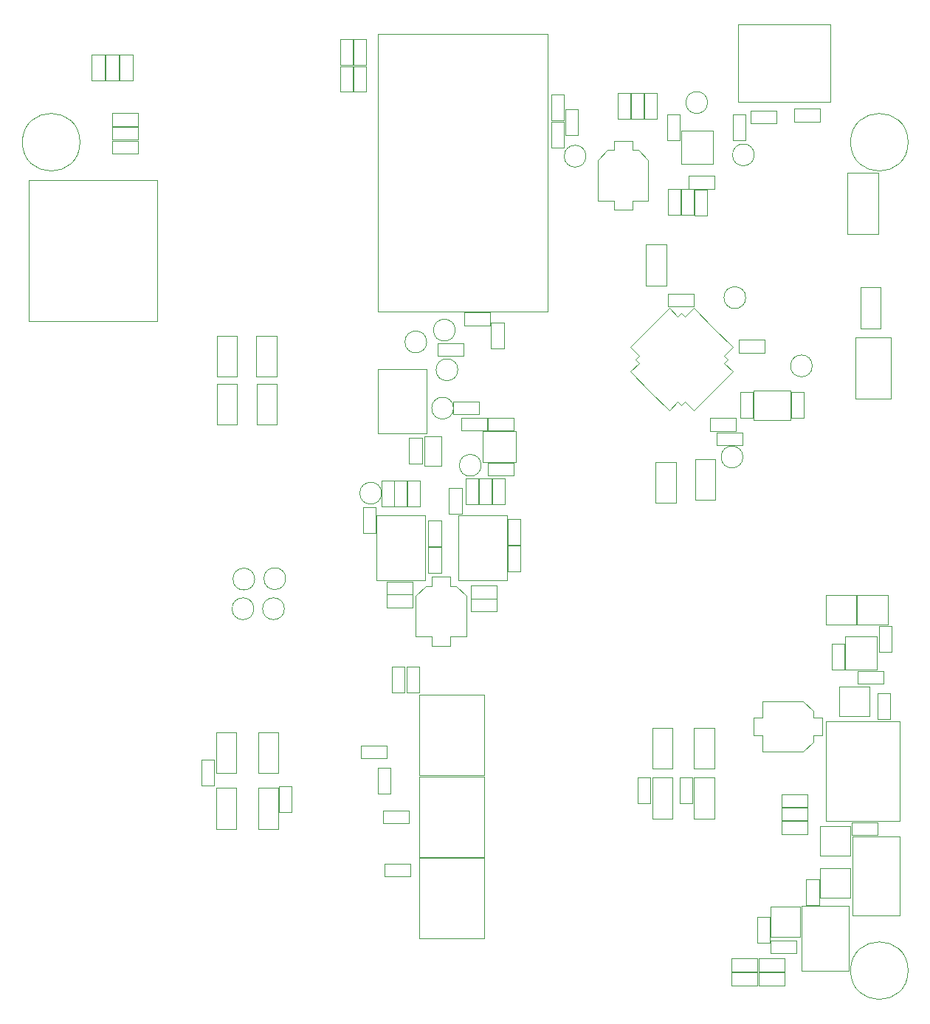
<source format=gbr>
G04 #@! TF.GenerationSoftware,KiCad,Pcbnew,(5.1.5)-3*
G04 #@! TF.CreationDate,2020-05-31T21:02:16+02:00*
G04 #@! TF.ProjectId,cz-badge-hardware,637a2d62-6164-4676-952d-686172647761,rev?*
G04 #@! TF.SameCoordinates,PX17d7840PY7735940*
G04 #@! TF.FileFunction,Other,User*
%FSLAX46Y46*%
G04 Gerber Fmt 4.6, Leading zero omitted, Abs format (unit mm)*
G04 Created by KiCad (PCBNEW (5.1.5)-3) date 2020-05-31 21:02:16*
%MOMM*%
%LPD*%
G04 APERTURE LIST*
%ADD10C,0.050000*%
%ADD11C,0.120000*%
G04 APERTURE END LIST*
D10*
X100800000Y2500000D02*
G75*
G03X100800000Y2500000I-3300000J0D01*
G01*
X100800000Y97500000D02*
G75*
G03X100800000Y97500000I-3300000J0D01*
G01*
X5803407Y97500000D02*
G75*
G03X5803407Y97500000I-3303407J0D01*
G01*
X82170000Y79680000D02*
G75*
G03X82170000Y79680000I-1250000J0D01*
G01*
X89810000Y71850000D02*
G75*
G03X89810000Y71850000I-1250000J0D01*
G01*
X83150000Y96050000D02*
G75*
G03X83150000Y96050000I-1250000J0D01*
G01*
X77800000Y102050000D02*
G75*
G03X77800000Y102050000I-1250000J0D01*
G01*
X63850000Y95900000D02*
G75*
G03X63850000Y95900000I-1250000J0D01*
G01*
X94800000Y75100000D02*
X94800000Y68100000D01*
X94800000Y68100000D02*
X98800000Y68100000D01*
X98800000Y68100000D02*
X98800000Y75100000D01*
X98800000Y75100000D02*
X94800000Y75100000D01*
X29400000Y47450000D02*
G75*
G03X29400000Y47450000I-1250000J0D01*
G01*
X25850000Y47400000D02*
G75*
G03X25850000Y47400000I-1250000J0D01*
G01*
X25750000Y44000000D02*
G75*
G03X25750000Y44000000I-1250000J0D01*
G01*
X29250000Y44000000D02*
G75*
G03X29250000Y44000000I-1250000J0D01*
G01*
X38020000Y26870000D02*
X40980000Y26870000D01*
X38020000Y28330000D02*
X38020000Y26870000D01*
X40980000Y28330000D02*
X38020000Y28330000D01*
X40980000Y26870000D02*
X40980000Y28330000D01*
X40720000Y13270000D02*
X43680000Y13270000D01*
X40720000Y14730000D02*
X40720000Y13270000D01*
X43680000Y14730000D02*
X40720000Y14730000D01*
X43680000Y13270000D02*
X43680000Y14730000D01*
X43270000Y37380000D02*
X43270000Y34420000D01*
X44730000Y37380000D02*
X43270000Y37380000D01*
X44730000Y34420000D02*
X44730000Y37380000D01*
X43270000Y34420000D02*
X44730000Y34420000D01*
X55780000Y60780000D02*
X55780000Y64380000D01*
X51980000Y60780000D02*
X55780000Y60780000D01*
X51980000Y64380000D02*
X51980000Y60780000D01*
X55780000Y64380000D02*
X51980000Y64380000D01*
X49520000Y64470000D02*
X52480000Y64470000D01*
X49520000Y65930000D02*
X49520000Y64470000D01*
X52480000Y65930000D02*
X49520000Y65930000D01*
X52480000Y64470000D02*
X52480000Y65930000D01*
X55580000Y65930000D02*
X52620000Y65930000D01*
X55580000Y64470000D02*
X55580000Y65930000D01*
X52620000Y64470000D02*
X55580000Y64470000D01*
X52620000Y65930000D02*
X52620000Y64470000D01*
X55592500Y60730000D02*
X52632500Y60730000D01*
X55592500Y59270000D02*
X55592500Y60730000D01*
X52632500Y59270000D02*
X55592500Y59270000D01*
X52632500Y60730000D02*
X52632500Y59270000D01*
X48620000Y66270000D02*
X51580000Y66270000D01*
X48620000Y67730000D02*
X48620000Y66270000D01*
X51580000Y67730000D02*
X48620000Y67730000D01*
X51580000Y66270000D02*
X51580000Y67730000D01*
X52160000Y24900000D02*
X44750000Y24900000D01*
X52160000Y34100000D02*
X44750000Y34100000D01*
X44750000Y34100000D02*
X44750000Y24900000D01*
X52160000Y34100000D02*
X52160000Y24900000D01*
X52160000Y15550000D02*
X44750000Y15550000D01*
X52160000Y24750000D02*
X44750000Y24750000D01*
X44750000Y24750000D02*
X44750000Y15550000D01*
X52160000Y24750000D02*
X52160000Y15550000D01*
X52160000Y6200000D02*
X44750000Y6200000D01*
X52160000Y15400000D02*
X44750000Y15400000D01*
X44750000Y15400000D02*
X44750000Y6200000D01*
X52160000Y15400000D02*
X52160000Y6200000D01*
X41580000Y37326000D02*
X41580000Y34366000D01*
X43040000Y37326000D02*
X41580000Y37326000D01*
X43040000Y34366000D02*
X43040000Y37326000D01*
X41580000Y34366000D02*
X43040000Y34366000D01*
X39970000Y25780000D02*
X39970000Y22820000D01*
X41430000Y25780000D02*
X39970000Y25780000D01*
X41430000Y22820000D02*
X41430000Y25780000D01*
X39970000Y22820000D02*
X41430000Y22820000D01*
X40576000Y19368000D02*
X43536000Y19368000D01*
X40576000Y20828000D02*
X40576000Y19368000D01*
X43536000Y20828000D02*
X40576000Y20828000D01*
X43536000Y19368000D02*
X43536000Y20828000D01*
X69012000Y103112000D02*
X69012000Y100152000D01*
X70472000Y103112000D02*
X69012000Y103112000D01*
X70472000Y100152000D02*
X70472000Y103112000D01*
X69012000Y100152000D02*
X70472000Y100152000D01*
X71996000Y100152000D02*
X71996000Y103112000D01*
X70536000Y100152000D02*
X71996000Y100152000D01*
X70536000Y103112000D02*
X70536000Y100152000D01*
X71996000Y103112000D02*
X70536000Y103112000D01*
X68948000Y100152000D02*
X68948000Y103112000D01*
X67488000Y100152000D02*
X68948000Y100152000D01*
X67488000Y103112000D02*
X67488000Y100152000D01*
X68948000Y103112000D02*
X67488000Y103112000D01*
X49148000Y71406000D02*
G75*
G03X49148000Y71406000I-1250000J0D01*
G01*
D11*
X99850000Y8850000D02*
X98850000Y8850000D01*
X99850000Y17850000D02*
X99850000Y8850000D01*
X94450000Y17850000D02*
X99850000Y17850000D01*
X94450000Y8850000D02*
X94450000Y17850000D01*
X98850000Y8850000D02*
X94450000Y8850000D01*
D10*
X99850000Y31100000D02*
X99850000Y19700000D01*
X91350000Y31100000D02*
X99850000Y31100000D01*
X91350000Y19700000D02*
X91350000Y31100000D01*
X99850000Y19700000D02*
X91350000Y19700000D01*
X59450000Y109950000D02*
X39950000Y109950000D01*
X39950000Y78050000D02*
X39950000Y109950000D01*
X59450000Y78050000D02*
X39950000Y78050000D01*
X59450000Y109950000D02*
X59450000Y78050000D01*
X48250000Y47650000D02*
X48250000Y46600000D01*
X46150000Y47650000D02*
X48250000Y47650000D01*
X46150000Y46600000D02*
X46150000Y47650000D01*
X48250000Y46600000D02*
X48950000Y46600000D01*
X45450000Y46600000D02*
X46150000Y46600000D01*
X45450000Y46600000D02*
X44300000Y45450000D01*
X48950000Y46600000D02*
X50100000Y45450000D01*
X44300000Y45450000D02*
X44300000Y40800000D01*
X50100000Y45450000D02*
X50100000Y40800000D01*
X48250000Y40800000D02*
X50100000Y40800000D01*
X48250000Y39750000D02*
X48250000Y40800000D01*
X46150000Y39750000D02*
X48250000Y39750000D01*
X46150000Y40800000D02*
X46150000Y39750000D01*
X44300000Y40800000D02*
X46150000Y40800000D01*
X45575000Y74600000D02*
G75*
G03X45575000Y74600000I-1250000J0D01*
G01*
X48850000Y75950000D02*
G75*
G03X48850000Y75950000I-1250000J0D01*
G01*
X51820000Y60450000D02*
G75*
G03X51820000Y60450000I-1250000J0D01*
G01*
X40400000Y57250000D02*
G75*
G03X40400000Y57250000I-1250000J0D01*
G01*
X81850000Y61400000D02*
G75*
G03X81850000Y61400000I-1250000J0D01*
G01*
X48650000Y67000000D02*
G75*
G03X48650000Y67000000I-1250000J0D01*
G01*
X86332500Y21270000D02*
X89292500Y21270000D01*
X86332500Y22730000D02*
X86332500Y21270000D01*
X89292500Y22730000D02*
X86332500Y22730000D01*
X89292500Y21270000D02*
X89292500Y22730000D01*
X86320000Y18170000D02*
X89280000Y18170000D01*
X86320000Y19630000D02*
X86320000Y18170000D01*
X89280000Y19630000D02*
X86320000Y19630000D01*
X89280000Y18170000D02*
X89280000Y19630000D01*
X89280000Y21180000D02*
X86320000Y21180000D01*
X89280000Y19720000D02*
X89280000Y21180000D01*
X86320000Y19720000D02*
X89280000Y19720000D01*
X86320000Y21180000D02*
X86320000Y19720000D01*
X69150000Y97650000D02*
X69150000Y96600000D01*
X67050000Y97650000D02*
X69150000Y97650000D01*
X67050000Y96600000D02*
X67050000Y97650000D01*
X69150000Y96600000D02*
X69850000Y96600000D01*
X66350000Y96600000D02*
X67050000Y96600000D01*
X66350000Y96600000D02*
X65200000Y95450000D01*
X69850000Y96600000D02*
X71000000Y95450000D01*
X65200000Y95450000D02*
X65200000Y90800000D01*
X71000000Y95450000D02*
X71000000Y90800000D01*
X69150000Y90800000D02*
X71000000Y90800000D01*
X69150000Y89750000D02*
X69150000Y90800000D01*
X67050000Y89750000D02*
X69150000Y89750000D01*
X67050000Y90800000D02*
X67050000Y89750000D01*
X65200000Y90800000D02*
X67050000Y90800000D01*
X90950000Y29450000D02*
X89900000Y29450000D01*
X90950000Y31550000D02*
X90950000Y29450000D01*
X89900000Y31550000D02*
X90950000Y31550000D01*
X89900000Y29450000D02*
X89900000Y28750000D01*
X89900000Y32250000D02*
X89900000Y31550000D01*
X89900000Y32250000D02*
X88750000Y33400000D01*
X89900000Y28750000D02*
X88750000Y27600000D01*
X88750000Y33400000D02*
X84100000Y33400000D01*
X88750000Y27600000D02*
X84100000Y27600000D01*
X84100000Y29450000D02*
X84100000Y27600000D01*
X83050000Y29450000D02*
X84100000Y29450000D01*
X83050000Y31550000D02*
X83050000Y29450000D01*
X84100000Y31550000D02*
X83050000Y31550000D01*
X84100000Y33400000D02*
X84100000Y31550000D01*
X74800000Y95000000D02*
X78400000Y95000000D01*
X74800000Y98800000D02*
X74800000Y95000000D01*
X78400000Y98800000D02*
X74800000Y98800000D01*
X78400000Y95000000D02*
X78400000Y98800000D01*
X93600000Y40800000D02*
X97200000Y40800000D01*
X97200000Y40800000D02*
X97200000Y37000000D01*
X97200000Y37000000D02*
X93600000Y37000000D01*
X93600000Y37000000D02*
X93600000Y40800000D01*
X88600000Y2500000D02*
X88600000Y9900000D01*
X94000000Y2500000D02*
X88600000Y2500000D01*
X94000000Y9900000D02*
X94000000Y2500000D01*
X88600000Y9900000D02*
X94000000Y9900000D01*
X98930000Y39020000D02*
X98930000Y41980000D01*
X97470000Y39020000D02*
X98930000Y39020000D01*
X97470000Y41980000D02*
X97470000Y39020000D01*
X98930000Y41980000D02*
X97470000Y41980000D01*
X97980000Y36830000D02*
X95020000Y36830000D01*
X97980000Y35370000D02*
X97980000Y36830000D01*
X95020000Y35370000D02*
X97980000Y35370000D01*
X95020000Y36830000D02*
X95020000Y35370000D01*
X97270000Y34280000D02*
X97270000Y31320000D01*
X98730000Y34280000D02*
X97270000Y34280000D01*
X98730000Y31320000D02*
X98730000Y34280000D01*
X97270000Y31320000D02*
X98730000Y31320000D01*
X97330000Y19530000D02*
X94370000Y19530000D01*
X97330000Y18070000D02*
X97330000Y19530000D01*
X94370000Y18070000D02*
X97330000Y18070000D01*
X94370000Y19530000D02*
X94370000Y18070000D01*
X89120000Y12980000D02*
X89120000Y10020000D01*
X90580000Y12980000D02*
X89120000Y12980000D01*
X90580000Y10020000D02*
X90580000Y12980000D01*
X89120000Y10020000D02*
X90580000Y10020000D01*
X83670000Y2420000D02*
X86630000Y2420000D01*
X83670000Y3880000D02*
X83670000Y2420000D01*
X86630000Y3880000D02*
X83670000Y3880000D01*
X86630000Y2420000D02*
X86630000Y3880000D01*
X83670000Y820000D02*
X86630000Y820000D01*
X83670000Y2280000D02*
X83670000Y820000D01*
X86630000Y2280000D02*
X83670000Y2280000D01*
X86630000Y820000D02*
X86630000Y2280000D01*
X87980000Y5930000D02*
X85020000Y5930000D01*
X87980000Y4470000D02*
X87980000Y5930000D01*
X85020000Y4470000D02*
X87980000Y4470000D01*
X85020000Y5930000D02*
X85020000Y4470000D01*
X84930000Y5720000D02*
X84930000Y8680000D01*
X83470000Y5720000D02*
X84930000Y5720000D01*
X83470000Y8680000D02*
X83470000Y5720000D01*
X84930000Y8680000D02*
X83470000Y8680000D01*
X94950000Y42200000D02*
X98450000Y42200000D01*
X94950000Y45600000D02*
X94950000Y42200000D01*
X98450000Y45600000D02*
X94950000Y45600000D01*
X98450000Y42200000D02*
X98450000Y45600000D01*
X91350000Y42200000D02*
X94850000Y42200000D01*
X91350000Y45600000D02*
X91350000Y42200000D01*
X94850000Y45600000D02*
X91350000Y45600000D01*
X94850000Y42200000D02*
X94850000Y45600000D01*
X90700000Y10850000D02*
X94200000Y10850000D01*
X90700000Y14250000D02*
X90700000Y10850000D01*
X94200000Y14250000D02*
X90700000Y14250000D01*
X94200000Y10850000D02*
X94200000Y14250000D01*
X92900000Y31700000D02*
X96400000Y31700000D01*
X92900000Y35100000D02*
X92900000Y31700000D01*
X96400000Y35100000D02*
X92900000Y35100000D01*
X96400000Y31700000D02*
X96400000Y35100000D01*
X90700000Y15700000D02*
X94200000Y15700000D01*
X90700000Y19100000D02*
X90700000Y15700000D01*
X94200000Y19100000D02*
X90700000Y19100000D01*
X94200000Y15700000D02*
X94200000Y19100000D01*
X85000000Y9850000D02*
X85000000Y6350000D01*
X88400000Y9850000D02*
X85000000Y9850000D01*
X88400000Y6350000D02*
X88400000Y9850000D01*
X85000000Y6350000D02*
X88400000Y6350000D01*
X93850000Y87000000D02*
X97350000Y87000000D01*
X93850000Y94000000D02*
X93850000Y87000000D01*
X97350000Y94000000D02*
X93850000Y94000000D01*
X97350000Y87000000D02*
X97350000Y94000000D01*
X80570000Y2420000D02*
X83530000Y2420000D01*
X80570000Y3880000D02*
X80570000Y2420000D01*
X83530000Y3880000D02*
X80570000Y3880000D01*
X83530000Y2420000D02*
X83530000Y3880000D01*
X80570000Y820000D02*
X83530000Y820000D01*
X80570000Y2280000D02*
X80570000Y820000D01*
X83530000Y2280000D02*
X80570000Y2280000D01*
X83530000Y820000D02*
X83530000Y2280000D01*
X74630000Y97720000D02*
X74630000Y100680000D01*
X73170000Y97720000D02*
X74630000Y97720000D01*
X73170000Y100680000D02*
X73170000Y97720000D01*
X74630000Y100680000D02*
X73170000Y100680000D01*
X78580000Y93630000D02*
X75620000Y93630000D01*
X78580000Y92170000D02*
X78580000Y93630000D01*
X75620000Y92170000D02*
X78580000Y92170000D01*
X75620000Y93630000D02*
X75620000Y92170000D01*
X93530000Y37020000D02*
X93530000Y39980000D01*
X92070000Y37020000D02*
X93530000Y37020000D01*
X92070000Y39980000D02*
X92070000Y37020000D01*
X93530000Y39980000D02*
X92070000Y39980000D01*
X7170000Y107530000D02*
X7170000Y104570000D01*
X8630000Y107530000D02*
X7170000Y107530000D01*
X8630000Y104570000D02*
X8630000Y107530000D01*
X7170000Y104570000D02*
X8630000Y104570000D01*
X12430000Y97630000D02*
X9470000Y97630000D01*
X12430000Y96170000D02*
X12430000Y97630000D01*
X9470000Y96170000D02*
X12430000Y96170000D01*
X9470000Y97630000D02*
X9470000Y96170000D01*
X8770000Y107530000D02*
X8770000Y104570000D01*
X10230000Y107530000D02*
X8770000Y107530000D01*
X10230000Y104570000D02*
X10230000Y107530000D01*
X8770000Y104570000D02*
X10230000Y104570000D01*
X10370000Y107530000D02*
X10370000Y104570000D01*
X11830000Y107530000D02*
X10370000Y107530000D01*
X11830000Y104570000D02*
X11830000Y107530000D01*
X10370000Y104570000D02*
X11830000Y104570000D01*
X12430000Y100830000D02*
X9470000Y100830000D01*
X12430000Y99370000D02*
X12430000Y100830000D01*
X9470000Y99370000D02*
X12430000Y99370000D01*
X9470000Y100830000D02*
X9470000Y99370000D01*
X12430000Y99230000D02*
X9470000Y99230000D01*
X12430000Y97770000D02*
X12430000Y99230000D01*
X9470000Y97770000D02*
X12430000Y97770000D01*
X9470000Y99230000D02*
X9470000Y97770000D01*
X52880000Y77955000D02*
X49920000Y77955000D01*
X52880000Y76495000D02*
X52880000Y77955000D01*
X49920000Y76495000D02*
X52880000Y76495000D01*
X49920000Y77955000D02*
X49920000Y76495000D01*
X52970000Y76830000D02*
X52970000Y73870000D01*
X54430000Y76830000D02*
X52970000Y76830000D01*
X54430000Y73870000D02*
X54430000Y76830000D01*
X52970000Y73870000D02*
X54430000Y73870000D01*
X90680000Y101330000D02*
X87720000Y101330000D01*
X90680000Y99870000D02*
X90680000Y101330000D01*
X87720000Y99870000D02*
X90680000Y99870000D01*
X87720000Y101330000D02*
X87720000Y99870000D01*
X68931014Y74014214D02*
X71158400Y76241600D01*
X69920963Y73024264D02*
X68931014Y74014214D01*
X69496699Y72600000D02*
X69920963Y73024264D01*
X69920963Y72175736D02*
X69496699Y72600000D01*
X68931014Y71185786D02*
X69920963Y72175736D01*
X71158400Y68958400D02*
X68931014Y71185786D01*
X76214214Y66731014D02*
X78441600Y68958400D01*
X75224264Y67720963D02*
X76214214Y66731014D01*
X74800000Y67296699D02*
X75224264Y67720963D01*
X74375736Y67720963D02*
X74800000Y67296699D01*
X73385786Y66731014D02*
X74375736Y67720963D01*
X71158400Y68958400D02*
X73385786Y66731014D01*
X73385786Y78468986D02*
X71158400Y76241600D01*
X74375736Y77479037D02*
X73385786Y78468986D01*
X74800000Y77903301D02*
X74375736Y77479037D01*
X75224264Y77479037D02*
X74800000Y77903301D01*
X76214214Y78468986D02*
X75224264Y77479037D01*
X78441600Y76241600D02*
X76214214Y78468986D01*
X80668986Y71185786D02*
X78441600Y68958400D01*
X79679037Y72175736D02*
X80668986Y71185786D01*
X80103301Y72600000D02*
X79679037Y72175736D01*
X79679037Y73024264D02*
X80103301Y72600000D01*
X80668986Y74014214D02*
X79679037Y73024264D01*
X78441600Y76241600D02*
X80668986Y74014214D01*
X83100000Y69050000D02*
X87300000Y69050000D01*
X83100000Y65650000D02*
X83100000Y69050000D01*
X87300000Y65650000D02*
X83100000Y65650000D01*
X87300000Y69050000D02*
X87300000Y65650000D01*
X82130000Y97720000D02*
X82130000Y100680000D01*
X80670000Y97720000D02*
X82130000Y97720000D01*
X80670000Y100680000D02*
X80670000Y97720000D01*
X82130000Y100680000D02*
X80670000Y100680000D01*
X81780000Y64230000D02*
X78820000Y64230000D01*
X81780000Y62770000D02*
X81780000Y64230000D01*
X78820000Y62770000D02*
X81780000Y62770000D01*
X78820000Y64230000D02*
X78820000Y62770000D01*
X49805000Y74455000D02*
X46845000Y74455000D01*
X49805000Y72995000D02*
X49805000Y74455000D01*
X46845000Y72995000D02*
X49805000Y72995000D01*
X46845000Y74455000D02*
X46845000Y72995000D01*
X61470000Y101280000D02*
X61470000Y98320000D01*
X62930000Y101280000D02*
X61470000Y101280000D01*
X62930000Y98320000D02*
X62930000Y101280000D01*
X61470000Y98320000D02*
X62930000Y98320000D01*
X73270000Y78670000D02*
X76230000Y78670000D01*
X73270000Y80130000D02*
X73270000Y78670000D01*
X76230000Y80130000D02*
X73270000Y80130000D01*
X76230000Y78670000D02*
X76230000Y80130000D01*
X81030000Y65855000D02*
X78070000Y65855000D01*
X81030000Y64395000D02*
X81030000Y65855000D01*
X78070000Y64395000D02*
X81030000Y64395000D01*
X78070000Y65855000D02*
X78070000Y64395000D01*
X84380000Y74830000D02*
X81420000Y74830000D01*
X84380000Y73370000D02*
X84380000Y74830000D01*
X81420000Y73370000D02*
X84380000Y73370000D01*
X81420000Y74830000D02*
X81420000Y73370000D01*
X83030000Y65920000D02*
X83030000Y68880000D01*
X81570000Y65920000D02*
X83030000Y65920000D01*
X81570000Y68880000D02*
X81570000Y65920000D01*
X83030000Y68880000D02*
X81570000Y68880000D01*
X87370000Y68880000D02*
X87370000Y65920000D01*
X88830000Y68880000D02*
X87370000Y68880000D01*
X88830000Y65920000D02*
X88830000Y68880000D01*
X87370000Y65920000D02*
X88830000Y65920000D01*
X50670000Y43670000D02*
X53630000Y43670000D01*
X50670000Y45130000D02*
X50670000Y43670000D01*
X53630000Y45130000D02*
X50670000Y45130000D01*
X53630000Y43670000D02*
X53630000Y45130000D01*
X40970000Y44170000D02*
X43930000Y44170000D01*
X40970000Y45630000D02*
X40970000Y44170000D01*
X43930000Y45630000D02*
X40970000Y45630000D01*
X43930000Y44170000D02*
X43930000Y45630000D01*
X85680000Y101130000D02*
X82720000Y101130000D01*
X85680000Y99670000D02*
X85680000Y101130000D01*
X82720000Y99670000D02*
X85680000Y99670000D01*
X82720000Y101130000D02*
X82720000Y99670000D01*
X-50000Y93180000D02*
X14650000Y93180000D01*
X14650000Y77020000D02*
X14650000Y93180000D01*
X-50000Y77020000D02*
X-50000Y93180000D01*
X-50000Y77020000D02*
X14650000Y77020000D01*
X49220000Y47300000D02*
X49220000Y54700000D01*
X54780000Y47300000D02*
X49220000Y47300000D01*
X54780000Y54700000D02*
X54780000Y47300000D01*
X49220000Y54700000D02*
X54780000Y54700000D01*
X40020000Y64100000D02*
X40020000Y71500000D01*
X45580000Y64100000D02*
X40020000Y64100000D01*
X45580000Y71500000D02*
X45580000Y64100000D01*
X40020000Y71500000D02*
X45580000Y71500000D01*
X39820000Y47300000D02*
X39820000Y54700000D01*
X45380000Y47300000D02*
X39820000Y47300000D01*
X45380000Y54700000D02*
X45380000Y47300000D01*
X39820000Y54700000D02*
X45380000Y54700000D01*
X54870000Y51280000D02*
X54870000Y48320000D01*
X56330000Y51280000D02*
X54870000Y51280000D01*
X56330000Y48320000D02*
X56330000Y51280000D01*
X54870000Y48320000D02*
X56330000Y48320000D01*
X54870000Y54280000D02*
X54870000Y51320000D01*
X56330000Y54280000D02*
X54870000Y54280000D01*
X56330000Y51320000D02*
X56330000Y54280000D01*
X54870000Y51320000D02*
X56330000Y51320000D01*
X53070000Y58930000D02*
X53070000Y55970000D01*
X54530000Y58930000D02*
X53070000Y58930000D01*
X54530000Y55970000D02*
X54530000Y58930000D01*
X53070000Y55970000D02*
X54530000Y55970000D01*
X53030000Y55970000D02*
X53030000Y58930000D01*
X51570000Y55970000D02*
X53030000Y55970000D01*
X51570000Y58930000D02*
X51570000Y55970000D01*
X53030000Y58930000D02*
X51570000Y58930000D01*
X45770000Y51080000D02*
X45770000Y48120000D01*
X47230000Y51080000D02*
X45770000Y51080000D01*
X47230000Y48120000D02*
X47230000Y51080000D01*
X45770000Y48120000D02*
X47230000Y48120000D01*
X45770000Y54080000D02*
X45770000Y51120000D01*
X47230000Y54080000D02*
X45770000Y54080000D01*
X47230000Y51120000D02*
X47230000Y54080000D01*
X45770000Y51120000D02*
X47230000Y51120000D01*
X43370000Y58680000D02*
X43370000Y55720000D01*
X44830000Y58680000D02*
X43370000Y58680000D01*
X44830000Y55720000D02*
X44830000Y58680000D01*
X43370000Y55720000D02*
X44830000Y55720000D01*
X43310000Y55720000D02*
X43310000Y58680000D01*
X41850000Y55720000D02*
X43310000Y55720000D01*
X41850000Y58680000D02*
X41850000Y55720000D01*
X43310000Y58680000D02*
X41850000Y58680000D01*
X48145000Y57830000D02*
X48145000Y54870000D01*
X49605000Y57830000D02*
X48145000Y57830000D01*
X49605000Y54870000D02*
X49605000Y57830000D01*
X48145000Y54870000D02*
X49605000Y54870000D01*
X50670000Y45170000D02*
X53630000Y45170000D01*
X50670000Y46630000D02*
X50670000Y45170000D01*
X53630000Y46630000D02*
X50670000Y46630000D01*
X53630000Y45170000D02*
X53630000Y46630000D01*
X45030000Y60620000D02*
X45030000Y63580000D01*
X43570000Y60620000D02*
X45030000Y60620000D01*
X43570000Y63580000D02*
X43570000Y60620000D01*
X45030000Y63580000D02*
X43570000Y63580000D01*
X47250000Y60420000D02*
X47250000Y63780000D01*
X45350000Y60420000D02*
X47250000Y60420000D01*
X45350000Y63780000D02*
X45350000Y60420000D01*
X47250000Y63780000D02*
X45350000Y63780000D01*
X50060000Y58930000D02*
X50060000Y55970000D01*
X51520000Y58930000D02*
X50060000Y58930000D01*
X51520000Y55970000D02*
X51520000Y58930000D01*
X50060000Y55970000D02*
X51520000Y55970000D01*
X40370000Y58680000D02*
X40370000Y55720000D01*
X41830000Y58680000D02*
X40370000Y58680000D01*
X41830000Y55720000D02*
X41830000Y58680000D01*
X40370000Y55720000D02*
X41830000Y55720000D01*
X40970000Y45670000D02*
X43930000Y45670000D01*
X40970000Y47130000D02*
X40970000Y45670000D01*
X43930000Y47130000D02*
X40970000Y47130000D01*
X43930000Y45670000D02*
X43930000Y47130000D01*
X38270000Y55680000D02*
X38270000Y52720000D01*
X39730000Y55680000D02*
X38270000Y55680000D01*
X39730000Y52720000D02*
X39730000Y55680000D01*
X38270000Y52720000D02*
X39730000Y52720000D01*
X76250000Y24650000D02*
X78550000Y24650000D01*
X78550000Y19950000D02*
X78550000Y24650000D01*
X76250000Y19950000D02*
X78550000Y19950000D01*
X76250000Y24650000D02*
X76250000Y19950000D01*
X71450000Y24650000D02*
X73750000Y24650000D01*
X73750000Y19950000D02*
X73750000Y24650000D01*
X71450000Y19950000D02*
X73750000Y19950000D01*
X71450000Y24650000D02*
X71450000Y19950000D01*
X26250000Y23450000D02*
X28550000Y23450000D01*
X28550000Y18750000D02*
X28550000Y23450000D01*
X26250000Y18750000D02*
X28550000Y18750000D01*
X26250000Y23450000D02*
X26250000Y18750000D01*
X21450000Y23450000D02*
X23750000Y23450000D01*
X23750000Y18750000D02*
X23750000Y23450000D01*
X21450000Y18750000D02*
X23750000Y18750000D01*
X21450000Y23450000D02*
X21450000Y18750000D01*
X78550000Y25650000D02*
X76250000Y25650000D01*
X76250000Y30350000D02*
X76250000Y25650000D01*
X78550000Y30350000D02*
X76250000Y30350000D01*
X78550000Y25650000D02*
X78550000Y30350000D01*
X73750000Y25650000D02*
X71450000Y25650000D01*
X71450000Y30350000D02*
X71450000Y25650000D01*
X73750000Y30350000D02*
X71450000Y30350000D01*
X73750000Y25650000D02*
X73750000Y30350000D01*
X28550000Y25150000D02*
X26250000Y25150000D01*
X26250000Y29850000D02*
X26250000Y25150000D01*
X28550000Y29850000D02*
X26250000Y29850000D01*
X28550000Y25150000D02*
X28550000Y29850000D01*
X23750000Y25150000D02*
X21450000Y25150000D01*
X21450000Y29850000D02*
X21450000Y25150000D01*
X23750000Y29850000D02*
X21450000Y29850000D01*
X23750000Y25150000D02*
X23750000Y29850000D01*
X78700000Y56450000D02*
X76400000Y56450000D01*
X76400000Y61150000D02*
X76400000Y56450000D01*
X78700000Y61150000D02*
X76400000Y61150000D01*
X78700000Y56450000D02*
X78700000Y61150000D01*
X74150000Y56150000D02*
X71850000Y56150000D01*
X71850000Y60850000D02*
X71850000Y56150000D01*
X74150000Y60850000D02*
X71850000Y60850000D01*
X74150000Y56150000D02*
X74150000Y60850000D01*
X26080000Y69800000D02*
X28380000Y69800000D01*
X28380000Y65100000D02*
X28380000Y69800000D01*
X26080000Y65100000D02*
X28380000Y65100000D01*
X26080000Y69800000D02*
X26080000Y65100000D01*
X21510000Y69810000D02*
X23810000Y69810000D01*
X23810000Y65110000D02*
X23810000Y69810000D01*
X21510000Y65110000D02*
X23810000Y65110000D01*
X21510000Y69810000D02*
X21510000Y65110000D01*
X97650000Y76150000D02*
X95350000Y76150000D01*
X95350000Y80850000D02*
X95350000Y76150000D01*
X97650000Y80850000D02*
X95350000Y80850000D01*
X97650000Y76150000D02*
X97650000Y80850000D01*
X73050000Y81050000D02*
X70750000Y81050000D01*
X70750000Y85750000D02*
X70750000Y81050000D01*
X73050000Y85750000D02*
X70750000Y85750000D01*
X73050000Y81050000D02*
X73050000Y85750000D01*
X28340000Y70610000D02*
X26040000Y70610000D01*
X26040000Y75310000D02*
X26040000Y70610000D01*
X28340000Y75310000D02*
X26040000Y75310000D01*
X28340000Y70610000D02*
X28340000Y75310000D01*
X23800000Y70620000D02*
X21500000Y70620000D01*
X21500000Y75320000D02*
X21500000Y70620000D01*
X23800000Y75320000D02*
X21500000Y75320000D01*
X23800000Y70620000D02*
X23800000Y75320000D01*
X74770000Y92095000D02*
X74770000Y89135000D01*
X76230000Y92095000D02*
X74770000Y92095000D01*
X76230000Y89135000D02*
X76230000Y92095000D01*
X74770000Y89135000D02*
X76230000Y89135000D01*
X77730000Y89120000D02*
X77730000Y92080000D01*
X76270000Y89120000D02*
X77730000Y89120000D01*
X76270000Y92080000D02*
X76270000Y89120000D01*
X77730000Y92080000D02*
X76270000Y92080000D01*
X37080000Y103270000D02*
X37080000Y106230000D01*
X35620000Y103270000D02*
X37080000Y103270000D01*
X35620000Y106230000D02*
X35620000Y103270000D01*
X37080000Y106230000D02*
X35620000Y106230000D01*
X37170000Y106230000D02*
X37170000Y103270000D01*
X38630000Y106230000D02*
X37170000Y106230000D01*
X38630000Y103270000D02*
X38630000Y106230000D01*
X37170000Y103270000D02*
X38630000Y103270000D01*
X35620000Y109330000D02*
X35620000Y106370000D01*
X37080000Y109330000D02*
X35620000Y109330000D01*
X37080000Y106370000D02*
X37080000Y109330000D01*
X35620000Y106370000D02*
X37080000Y106370000D01*
X37170000Y109330000D02*
X37170000Y106370000D01*
X38630000Y109330000D02*
X37170000Y109330000D01*
X38630000Y106370000D02*
X38630000Y109330000D01*
X37170000Y106370000D02*
X38630000Y106370000D01*
X74730000Y89145000D02*
X74730000Y92105000D01*
X73270000Y89145000D02*
X74730000Y89145000D01*
X73270000Y92105000D02*
X73270000Y89145000D01*
X74730000Y92105000D02*
X73270000Y92105000D01*
X59870000Y102967500D02*
X59870000Y100007500D01*
X61330000Y102967500D02*
X59870000Y102967500D01*
X61330000Y100007500D02*
X61330000Y102967500D01*
X59870000Y100007500D02*
X61330000Y100007500D01*
X61355000Y96845000D02*
X61355000Y99805000D01*
X59895000Y96845000D02*
X61355000Y96845000D01*
X59895000Y99805000D02*
X59895000Y96845000D01*
X61355000Y99805000D02*
X59895000Y99805000D01*
X76060000Y21691500D02*
X76060000Y24651500D01*
X74600000Y21691500D02*
X76060000Y21691500D01*
X74600000Y24651500D02*
X74600000Y21691500D01*
X76060000Y24651500D02*
X74600000Y24651500D01*
X71234000Y21666000D02*
X71234000Y24626000D01*
X69774000Y21666000D02*
X71234000Y21666000D01*
X69774000Y24626000D02*
X69774000Y21666000D01*
X71234000Y24626000D02*
X69774000Y24626000D01*
X30086000Y20650000D02*
X30086000Y23610000D01*
X28626000Y20650000D02*
X30086000Y20650000D01*
X28626000Y23610000D02*
X28626000Y20650000D01*
X30086000Y23610000D02*
X28626000Y23610000D01*
X21196000Y23698000D02*
X21196000Y26658000D01*
X19736000Y23698000D02*
X21196000Y23698000D01*
X19736000Y26658000D02*
X19736000Y23698000D01*
X21196000Y26658000D02*
X19736000Y26658000D01*
X81330000Y111040000D02*
X91870000Y111040000D01*
X81330000Y102110000D02*
X81330000Y111040000D01*
X91870000Y102110000D02*
X81330000Y102110000D01*
X91870000Y111040000D02*
X91870000Y102110000D01*
M02*

</source>
